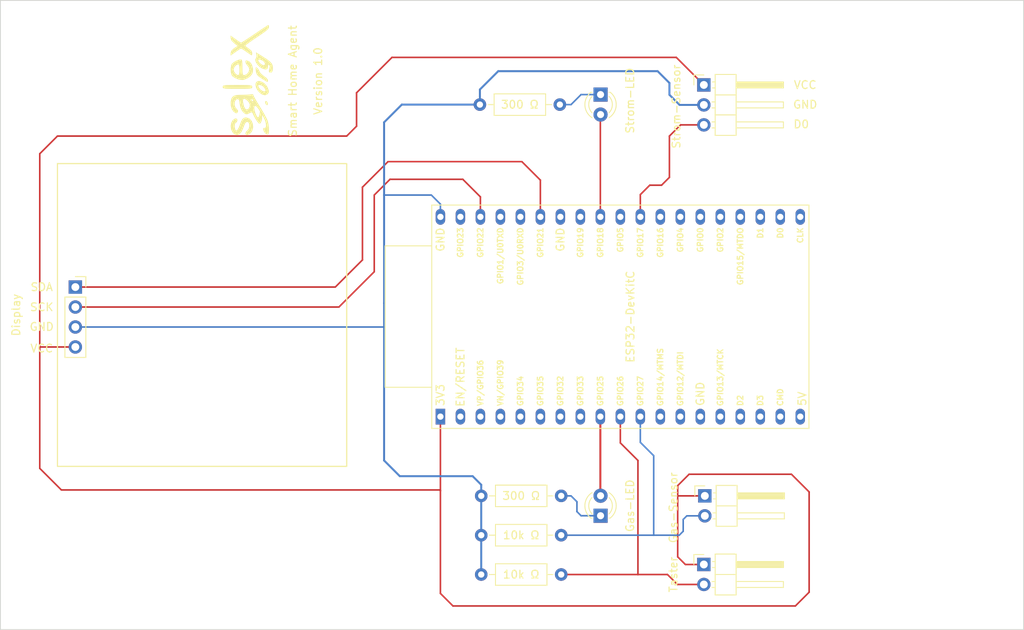
<source format=kicad_pcb>
(kicad_pcb (version 20211014) (generator pcbnew)
  (layers (0 "F.Cu" signal) (31 "B.Cu" signal) (34 "B.Paste" user) (35 "F.Paste" user) (36 "B.SilkS" user "B.Silkscreen") (37 "F.SilkS" user "F.Silkscreen") (38 "B.Mask" user) (39 "F.Mask" user) (44 "Edge.Cuts" user))
  (net 0 "")
  (footprint "MountingHole:MountingHole_3mm" (layer "F.Cu") (at 92.5 137.25)
    (fp_text reference "REF**" hide)
    (fp_text value "MountingHole_3mm" hide)
    (pad "" np_thru_hole circle (at 0 0) (size 3 3) (drill 3) (layers *.Cu *.Mask))
  )
  (footprint "MountingHole:MountingHole_3mm" (layer "F.Cu") (at 126 89)
    (fp_text reference "REF**" hide)
    (fp_text value "MountingHole_3mm" hide)
    (pad "" np_thru_hole circle (at 0 0) (size 3 3) (drill 3) (layers *.Cu *.Mask))
  )
  (footprint "LED_THT:LED_D3.0mm" (layer "F.Cu") (at 162 76.475 -90)
    (fp_text reference "REF**" hide)
    (fp_text value "Strom-LED" (at 0.775 -3.75 90) (layer "F.SilkS"))
    (fp_line (start -0.29 -1.236) (end -0.29 -1.08) (layer "F.SilkS") (width 0.12))
    (fp_line (start -0.29 1.08) (end -0.29 1.236) (layer "F.SilkS") (width 0.12))
    (fp_arc (start 2.942335 1.078608) (mid 1.366487 1.987659) (end -0.29 1.235516) (layer "F.SilkS") (width 0.12))
    (fp_arc (start 0.229039 -1.08) (mid 1.270117 -1.5) (end 2.31113 -1.079837) (layer "F.SilkS") (width 0.12))
    (fp_arc (start 2.31113 1.079837) (mid 1.270117 1.5) (end 0.229039 1.08) (layer "F.SilkS") (width 0.12))
    (fp_arc (start -0.29 -1.235516) (mid 1.366487 -1.987659) (end 2.942335 -1.078608) (layer "F.SilkS") (width 0.12))
    (pad "1" thru_hole rect (at 0 0 270) (size 1.8 1.8) (drill 0.9) (layers *.Cu *.Mask))
    (pad "2" thru_hole circle (at 2.54 0 270) (size 1.8 1.8) (drill 0.9) (layers *.Cu *.Mask))
  )
  (footprint "MountingHole:MountingHole_3mm" (layer "F.Cu") (at 97 89)
    (fp_text reference "REF**" hide)
    (fp_text value "MountingHole_3mm" hide)
    (pad "" np_thru_hole circle (at 0 0) (size 3 3) (drill 3) (layers *.Cu *.Mask))
  )
  (footprint "Resistor_THT:R_Axial_DIN0207_L6.3mm_D2.5mm_P10.16mm_Horizontal" (layer "F.Cu") (at 146.67 77.75)
    (fp_text reference "REF**" hide)
    (fp_text value "300 Ω" (at 5.08 0) (layer "F.SilkS"))
    (fp_line (start 8.35 1.37) (end 8.35 -1.37) (layer "F.SilkS") (width 0.12))
    (fp_line (start 1.81 1.37) (end 8.35 1.37) (layer "F.SilkS") (width 0.12))
    (fp_line (start 1.04 0) (end 1.81 0) (layer "F.SilkS") (width 0.12))
    (fp_line (start 8.35 -1.37) (end 1.81 -1.37) (layer "F.SilkS") (width 0.12))
    (fp_line (start 9.12 0) (end 8.35 0) (layer "F.SilkS") (width 0.12))
    (fp_line (start 1.81 -1.37) (end 1.81 1.37) (layer "F.SilkS") (width 0.12))
    (pad "1" thru_hole circle (at 0 0) (size 1.6 1.6) (drill 0.8) (layers *.Cu *.Mask))
    (pad "2" thru_hole oval (at 10.16 0) (size 1.6 1.6) (drill 0.8) (layers *.Cu *.Mask))
  )
  (footprint "Connector_PinHeader_2.54mm:PinHeader_1x02_P2.54mm_Horizontal" (layer "F.Cu") (at 175.125 136.225)
    (fp_text reference "REF**" hide)
    (fp_text value "Taster" (at -3.875 1.275 90) (layer "F.SilkS"))
    (fp_line (start 10.1 2.16) (end 10.1 2.92) (layer "F.SilkS") (width 0.12))
    (fp_line (start 1.44 -1.33) (end 1.44 3.87) (layer "F.SilkS") (width 0.12))
    (fp_line (start 10.1 0.38) (end 4.1 0.38) (layer "F.SilkS") (width 0.12))
    (fp_line (start 1.44 1.27) (end 4.1 1.27) (layer "F.SilkS") (width 0.12))
    (fp_line (start 10.1 -0.38) (end 10.1 0.38) (layer "F.SilkS") (width 0.12))
    (fp_line (start 4.1 -1.33) (end 1.44 -1.33) (layer "F.SilkS") (width 0.12))
    (fp_line (start 1.042929 2.16) (end 1.44 2.16) (layer "F.SilkS") (width 0.12))
    (fp_line (start 1.11 -0.38) (end 1.44 -0.38) (layer "F.SilkS") (width 0.12))
    (fp_line (start 4.1 0.28) (end 10.1 0.28) (layer "F.SilkS") (width 0.12))
    (fp_line (start 1.042929 2.92) (end 1.44 2.92) (layer "F.SilkS") (width 0.12))
    (fp_line (start -1.27 -1.27) (end 0 -1.27) (layer "F.SilkS") (width 0.12))
    (fp_line (start 4.1 0.16) (end 10.1 0.16) (layer "F.SilkS") (width 0.12))
    (fp_line (start -1.27 0) (end -1.27 -1.27) (layer "F.SilkS") (width 0.12))
    (fp_line (start 4.1 2.16) (end 10.1 2.16) (layer "F.SilkS") (width 0.12))
    (fp_line (start 4.1 -0.32) (end 10.1 -0.32) (layer "F.SilkS") (width 0.12))
    (fp_line (start 4.1 -0.08) (end 10.1 -0.08) (layer "F.SilkS") (width 0.12))
    (fp_line (start 1.44 3.87) (end 4.1 3.87) (layer "F.SilkS") (width 0.12))
    (fp_line (start 4.1 0.04) (end 10.1 0.04) (layer "F.SilkS") (width 0.12))
    (fp_line (start 4.1 3.87) (end 4.1 -1.33) (layer "F.SilkS") (width 0.12))
    (fp_line (start 4.1 -0.2) (end 10.1 -0.2) (layer "F.SilkS") (width 0.12))
    (fp_line (start 1.11 0.38) (end 1.44 0.38) (layer "F.SilkS") (width 0.12))
    (fp_line (start 4.1 -0.38) (end 10.1 -0.38) (layer "F.SilkS") (width 0.12))
    (fp_line (start 10.1 2.92) (end 4.1 2.92) (layer "F.SilkS") (width 0.12))
    (pad "1" thru_hole rect (at 0 0) (size 1.7 1.7) (drill 1) (layers *.Cu *.Mask))
    (pad "2" thru_hole oval (at 0 2.54) (size 1.7 1.7) (drill 1) (layers *.Cu *.Mask))
  )
  (footprint "Connector_PinSocket_2.54mm:PinSocket_1x04_P2.54mm_Vertical" (layer "F.Cu") (at 95.275 100.95)
    (fp_text reference "REF**" hide)
    (fp_text value "Display" (at -7.525 3.55 90) (layer "F.SilkS"))
    (fp_text user "SCK" (at -4.275 2.55 unlocked) (layer "F.SilkS"))
    (fp_text user "SDA" (at -4.275 0 unlocked) (layer "F.SilkS"))
    (fp_text user "GND" (at -4.275 5.05 unlocked) (layer "F.SilkS"))
    (fp_text user "VCC" (at -4.275 7.8 unlocked) (layer "F.SilkS"))
    (fp_line (start -1.33 1.27) (end 1.33 1.27) (layer "F.SilkS") (width 0.12))
    (fp_line (start -1.33 1.27) (end -1.33 8.95) (layer "F.SilkS") (width 0.12))
    (fp_line (start 0 -1.33) (end 1.33 -1.33) (layer "F.SilkS") (width 0.12))
    (fp_line (start -1.33 8.95) (end 1.33 8.95) (layer "F.SilkS") (width 0.12))
    (fp_line (start 1.33 1.27) (end 1.33 8.95) (layer "F.SilkS") (width 0.12))
    (fp_line (start 1.33 -1.33) (end 1.33 0) (layer "F.SilkS") (width 0.12))
    (pad "1" thru_hole rect (at 0 0) (size 1.7 1.7) (drill 1) (layers *.Cu *.Mask))
    (pad "2" thru_hole oval (at 0 2.54) (size 1.7 1.7) (drill 1) (layers *.Cu *.Mask))
    (pad "3" thru_hole oval (at 0 5.08) (size 1.7 1.7) (drill 1) (layers *.Cu *.Mask))
    (pad "4" thru_hole oval (at 0 7.62) (size 1.7 1.7) (drill 1) (layers *.Cu *.Mask))
  )
  (footprint "MountingHole:MountingHole_3mm" (layer "F.Cu") (at 126 120)
    (fp_text reference "REF**" hide)
    (fp_text value "MountingHole_3mm" hide)
    (pad "" np_thru_hole circle (at 0 0) (size 3 3) (drill 3) (layers *.Cu *.Mask))
  )
  (footprint "MountingHole:MountingHole_3mm" (layer "F.Cu") (at 92.5 71.75)
    (fp_text reference "REF**" hide)
    (fp_text value "MountingHole_3mm" hide)
    (pad "" np_thru_hole circle (at 0 0) (size 3 3) (drill 3) (layers *.Cu *.Mask))
  )
  (footprint "Connector_PinHeader_2.54mm:PinHeader_1x02_P2.54mm_Horizontal" (layer "F.Cu") (at 175.25 127.5)
    (fp_text reference "REF**" hide)
    (fp_text value "Gas-Sensor" (at -4 1.5 90) (layer "F.SilkS"))
    (fp_line (start -1.27 -1.27) (end 0 -1.27) (layer "F.SilkS") (width 0.12))
    (fp_line (start 4.1 -0.2) (end 10.1 -0.2) (layer "F.SilkS") (width 0.12))
    (fp_line (start 1.11 -0.38) (end 1.44 -0.38) (layer "F.SilkS") (width 0.12))
    (fp_line (start 10.1 2.16) (end 10.1 2.92) (layer "F.SilkS") (width 0.12))
    (fp_line (start 1.042929 2.92) (end 1.44 2.92) (layer "F.SilkS") (width 0.12))
    (fp_line (start 4.1 0.28) (end 10.1 0.28) (layer "F.SilkS") (width 0.12))
    (fp_line (start 1.11 0.38) (end 1.44 0.38) (layer "F.SilkS") (width 0.12))
    (fp_line (start 1.44 -1.33) (end 1.44 3.87) (layer "F.SilkS") (width 0.12))
    (fp_line (start 10.1 -0.38) (end 10.1 0.38) (layer "F.SilkS") (width 0.12))
    (fp_line (start 4.1 0.16) (end 10.1 0.16) (layer "F.SilkS") (width 0.12))
    (fp_line (start 1.44 1.27) (end 4.1 1.27) (layer "F.SilkS") (width 0.12))
    (fp_line (start 4.1 -0.38) (end 10.1 -0.38) (layer "F.SilkS") (width 0.12))
    (fp_line (start 1.042929 2.16) (end 1.44 2.16) (layer "F.SilkS") (width 0.12))
    (fp_line (start -1.27 0) (end -1.27 -1.27) (layer "F.SilkS") (width 0.12))
    (fp_line (start 4.1 -1.33) (end 1.44 -1.33) (layer "F.SilkS") (width 0.12))
    (fp_line (start 1.44 3.87) (end 4.1 3.87) (layer "F.SilkS") (width 0.12))
    (fp_line (start 4.1 2.16) (end 10.1 2.16) (layer "F.SilkS") (width 0.12))
    (fp_line (start 4.1 -0.08) (end 10.1 -0.08) (layer "F.SilkS") (width 0.12))
    (fp_line (start 10.1 0.38) (end 4.1 0.38) (layer "F.SilkS") (width 0.12))
    (fp_line (start 4.1 3.87) (end 4.1 -1.33) (layer "F.SilkS") (width 0.12))
    (fp_line (start 4.1 -0.32) (end 10.1 -0.32) (layer "F.SilkS") (width 0.12))
    (fp_line (start 4.1 0.04) (end 10.1 0.04) (layer "F.SilkS") (width 0.12))
    (fp_line (start 10.1 2.92) (end 4.1 2.92) (layer "F.SilkS") (width 0.12))
    (pad "1" thru_hole rect (at 0 0) (size 1.7 1.7) (drill 1) (layers *.Cu *.Mask))
    (pad "2" thru_hole oval (at 0 2.54) (size 1.7 1.7) (drill 1) (layers *.Cu *.Mask))
  )
  (footprint "Salex:salex" (layer "F.Cu") (at 117.25 74.75 90)
    (fp_text reference "G***" hide)
    (fp_text value "LOGO" hide)
    (fp_poly (pts (xy 2.91224 0.959133) (xy 2.930024 0.984205) (xy 3.088602 1.043964) (xy 3.323615 1.030109) (xy 3.650247 0.967669) (xy 3.170198 1.744909) (xy 2.796256 2.32822) (xy 2.499838 2.723798) (xy 2.243106 2.96598) (xy 1.988221 3.089103) (xy 1.697345 3.127503) (xy 1.645963 3.128079) (xy 1.308232 3.091279) (xy 1.111146 2.99765) (xy 1.095365 2.971675) (xy 1.06413 2.703255) (xy 1.218833 2.597801) (xy 1.518356 2.652219) (xy 1.847228 2.720949) (xy 2.036475 2.643131) (xy 2.079649 2.539109) (xy 1.904909 2.503131) (xy 1.852697 2.502463) (xy 1.557828 2.432714) (xy 1.456498 2.21626) (xy 1.521474 1.939409) (xy 2.001971 1.939409) (xy 2.07865 2.102694) (xy 2.26195 2.100205) (xy 2.481765 1.943341) (xy 2.55793 1.849007) (xy 2.718103 1.546069) (xy 2.738384 1.327271) (xy 2.627586 1.251232) (xy 2.424965 1.346658) (xy 2.197464 1.568213) (xy 2.033343 1.818815) (xy 2.001971 1.939409) (xy 1.521474 1.939409) (xy 1.544266 1.842297) (xy 1.562725 1.797121) (xy 1.780639 1.44098) (xy 2.081109 1.145483) (xy 2.407573 0.944257) (xy 2.70347 0.870931)) (layer "F.SilkS") (width 0) (fill solid))
    (fp_poly (pts (xy 1.713372 0.930345) (xy 1.731703 0.939257) (xy 1.719567 1.070676) (xy 1.556347 1.243008) (xy 1.315832 1.387369) (xy 1.214819 1.421774) (xy 0.98498 1.566719) (xy 0.726903 1.850987) (xy 0.627359 1.997105) (xy 0.395772 2.301973) (xy 0.173461 2.48097) (xy 0.095586 2.502463) (xy -0.091439 2.470189) (xy -0.125123 2.433891) (xy -0.06273 2.30068) (xy 0.09987 2.021698) (xy 0.299388 1.701702) (xy 0.566142 1.31818) (xy 0.791648 1.100819) (xy 1.046217 0.991775) (xy 1.199961 0.96083) (xy 1.518484 0.924318)) (layer "F.SilkS") (width 0) (fill solid))
    (fp_poly (pts (xy 3.850079 -2.158855) (xy 4.138254 -1.856111) (xy 4.16968 -1.810897) (xy 4.469564 -1.369579) (xy 4.806175 -1.810897) (xy 5.142827 -2.147496) (xy 5.460962 -2.252216) (xy 5.77914 -2.252216) (xy 5.329471 -1.626311) (xy 5.092877 -1.284036) (xy 4.929987 -1.023626) (xy 4.879803 -0.914418) (xy 4.946772 -0.786844) (xy 5.131787 -0.489993) (xy 5.411008 -0.060725) (xy 5.760598 0.464103) (xy 6.005912 0.826737) (xy 6.38734 1.391692) (xy 6.713482 1.883013) (xy 6.96054 2.264184) (xy 7.10472 2.498693) (xy 7.13202 2.554745) (xy 7.025721 2.610748) (xy 6.850493 2.625191) (xy 6.703366 2.578144) (xy 6.518982 2.42102) (xy 6.274145 2.126365) (xy 5.945665 1.666728) (xy 5.581984 1.123713) (xy 5.223726 0.589363) (xy 4.909542 0.139078) (xy 4.666428 -0.189829) (xy 4.521377 -0.36005) (xy 4.497362 -0.375369) (xy 4.376592 -0.278691) (xy 4.193187 -0.037041) (xy 4.129064 0.062562) (xy 3.855845 0.392057) (xy 3.567206 0.500363) (xy 3.555805 0.500493) (xy 3.325324 0.47846) (xy 3.253202 0.438221) (xy 3.32051 0.311465) (xy 3.495221 0.045697) (xy 3.691133 -0.233619) (xy 3.924097 -0.570015) (xy 4.082933 -0.822571) (xy 4.129064 -0.921796) (xy 4.061445 -1.057246) (xy 3.885582 -1.330508) (xy 3.679396 -1.626311) (xy 3.229728 -2.252216) (xy 3.549762 -2.252216)) (layer "F.SilkS") (width 0) (fill solid))
    (fp_poly (pts (xy -0.239605 0.941801) (xy -0.035829 1.109655) (xy 0.005216 1.390124) (xy -0.094416 1.72707) (xy -0.31267 2.064356) (xy -0.627494 2.345843) (xy -0.834857 2.456973) (xy -1.194344 2.590569) (xy -1.419786 2.607971) (xy -1.600412 2.506003) (xy -1.684472 2.426717) (xy -1.814203 2.148843) (xy -1.798724 2.064275) (xy -1.334354 2.064275) (xy -1.310933 2.131721) (xy -1.184237 2.19727) (xy -0.961396 2.092036) (xy -0.719458 1.900985) (xy -0.577239 1.704564) (xy -0.500125 1.468084) (xy -0.51049 1.289664) (xy -0.57128 1.251232) (xy -0.832062 1.339566) (xy -1.088192 1.554542) (xy -1.276634 1.821124) (xy -1.334354 2.064275) (xy -1.798724 2.064275) (xy -1.754403 1.822132) (xy -1.547917 1.490615) (xy -1.23759 1.198325) (xy -0.866267 0.989294) (xy -0.476793 0.907555)) (layer "F.SilkS") (width 0) (fill solid))
    (fp_poly (pts (xy 2.025421 -2.167589) (xy 2.145912 -2.117022) (xy 2.367883 -1.899934) (xy 2.578437 -1.544387) (xy 2.721866 -1.158215) (xy 2.75271 -0.942442) (xy 2.708429 -0.844469) (xy 2.54536 -0.785663) (xy 2.218164 -0.757342) (xy 1.751724 -0.750739) (xy 1.250838 -0.744701) (xy 0.950462 -0.718964) (xy 0.800999 -0.662087) (xy 0.75285 -0.562632) (xy 0.750739 -0.519885) (xy 0.860123 -0.222984) (xy 1.127784 0.018617) (xy 1.462986 0.124804) (xy 1.481274 0.125124) (xy 1.769476 0.034022) (xy 1.968441 -0.125123) (xy 2.194497 -0.301533) (xy 2.432894 -0.373404) (xy 2.598446 -0.325629) (xy 2.627586 -0.24202) (xy 2.512262 0.101196) (xy 2.205307 0.384536) (xy 1.985941 0.487332) (xy 1.533778 0.603221) (xy 1.157158 0.579545) (xy 0.907934 0.496886) (xy 0.605742 0.268993) (xy 0.336619 -0.108527) (xy 0.161006 -0.536555) (xy 0.125591 -0.786038) (xy 0.192333 -1.233502) (xy 0.216106 -1.2944) (xy 0.750739 -1.2944) (xy 0.836939 -1.188835) (xy 1.116671 -1.135944) (xy 1.438917 -1.126108) (xy 1.879765 -1.151661) (xy 2.102995 -1.225462) (xy 2.127094 -1.27266) (xy 2.023863 -1.52453) (xy 1.781403 -1.755574) (xy 1.500565 -1.874362) (xy 1.460657 -1.876847) (xy 1.164886 -1.790367) (xy 0.897059 -1.584608) (xy 0.755321 -1.340094) (xy 0.750739 -1.2944) (xy 0.216106 -1.2944) (xy 0.364444 -1.674391) (xy 0.598066 -2.012431) (xy 0.731921 -2.117022) (xy 1.114729 -2.225931) (xy 1.591981 -2.242787)) (layer "F.SilkS") (width 0) (fill solid))
    (fp_poly (pts (xy -2.228955 -2.151763) (xy -2.016278 -2.016278) (xy -1.879062 -1.841818) (xy -1.798583 -1.614592) (xy -1.760816 -1.268054) (xy -1.751724 -0.760972) (xy -1.742502 -0.265213) (xy -1.718093 0.148228) (xy -1.683382 0.40291) (xy -1.675776 0.427698) (xy -1.681146 0.596278) (xy -1.754396 0.625616) (xy -1.91479 0.68907) (xy -2.239172 0.862079) (xy -2.681196 1.118613) (xy -3.194518 1.432644) (xy -3.221968 1.449854) (xy -3.780307 1.789136) (xy -4.312608 2.092807) (xy -4.756368 2.326375) (xy -5.035926 2.450839) (xy -5.436931 2.552694) (xy -5.892161 2.610746) (xy -6.325401 2.622592) (xy -6.660434 2.585825) (xy -6.816391 2.507027) (xy -6.791901 2.342381) (xy -6.636091 2.131658) (xy -6.389093 1.954163) (xy -6.146852 1.878135) (xy -5.979811 1.910575) (xy -5.958413 2.058484) (xy -5.960663 2.064532) (xy -5.920954 2.198323) (xy -5.708418 2.250002) (xy -5.385469 2.222807) (xy -5.014523 2.119974) (xy -4.75468 2.001971) (xy -4.316748 1.762214) (xy -4.699484 1.756969) (xy -5.055273 1.698751) (xy -5.311619 1.583984) (xy -5.43951 1.466807) (xy -5.420582 1.355556) (xy -5.285087 1.236536) (xy -4.629556 1.236536) (xy -4.521527 1.342331) (xy -4.285468 1.411858) (xy -4.019897 1.455992) (xy -3.898133 1.482731) (xy -3.778709 1.43038) (xy -3.540768 1.277356) (xy -3.491483 1.242712) (xy -3.205914 0.996751) (xy -3.151705 0.833102) (xy -3.329284 0.75628) (xy -3.444905 0.750739) (xy -3.764466 0.79533) (xy -4.121216 0.906274) (xy -4.431661 1.049336) (xy -4.612309 1.190274) (xy -4.629556 1.236536) (xy -5.285087 1.236536) (xy -5.229426 1.187643) (xy -5.116568 1.103489) (xy -4.735872 0.857169) (xy -4.351154 0.657723) (xy -4.297208 0.635297) (xy -4.03705 0.518259) (xy -4.027928 0.500493) (xy -2.565024 0.500493) (xy -2.559305 0.615976) (xy -2.517232 0.625616) (xy -2.340348 0.534307) (xy -2.314778 0.500493) (xy -2.320498 0.38501) (xy -2.362571 0.37537) (xy -2.539455 0.466679) (xy -2.565024 0.500493) (xy -4.027928 0.500493) (xy -3.974914 0.397239) (xy -4.074972 0.179162) (xy -4.102856 0.130408) (xy -4.229497 -0.134782) (xy -4.224713 -0.189499) (xy -3.628571 -0.189499) (xy -3.520631 0.027888) (xy -3.262735 0.166854) (xy -2.953766 0.175455) (xy -2.940394 0.171985) (xy -2.665494 0.025175) (xy -2.471182 -0.149857) (xy -2.268081 -0.449899) (xy -2.283203 -0.62756) (xy -2.5164 -0.682537) (xy -2.721428 -0.662905) (xy -3.264281 -0.534467) (xy -3.563942 -0.353593) (xy -3.628571 -0.189499) (xy -4.224713 -0.189499) (xy -4.212072 -0.334068) (xy -4.092298 -0.541244) (xy -3.794881 -0.809212) (xy -3.33932 -1.014209) (xy -2.816383 -1.119051) (xy -2.666251 -1.12541) (xy -2.382148 -1.196668) (xy -2.291699 -1.376581) (xy -2.381888 -1.56952) (xy -2.652699 -1.724917) (xy -3.015222 -1.745936) (xy -3.355135 -1.640232) (xy -3.519467 -1.493344) (xy -3.741872 -1.306365) (xy -3.910098 -1.319046) (xy -4.093815 -1.433552) (xy -4.091509 -1.601762) (xy -3.902149 -1.879102) (xy -3.899604 -1.882248) (xy -3.584496 -2.10437) (xy -3.138099 -2.227807) (xy -2.654793 -2.245844)) (layer "F.SilkS") (width 0) (fill solid))
    (fp_poly (pts (xy -5.304536 -2.169115) (xy -4.966556 -1.98594) (xy -4.775515 -1.707575) (xy -4.75468 -1.564039) (xy -4.845315 -1.413966) (xy -5.043545 -1.385043) (xy -5.238851 -1.475736) (xy -5.303341 -1.571652) (xy -5.450499 -1.706619) (xy -5.77491 -1.733138) (xy -5.848502 -1.728056) (xy -6.197391 -1.656711) (xy -6.311982 -1.531609) (xy -6.197927 -1.370037) (xy -5.860879 -1.189279) (xy -5.646106 -1.109045) (xy -5.134494 -0.915571) (xy -4.823875 -0.73766) (xy -4.670236 -0.539928) (xy -4.629556 -0.291799) (xy -4.738766 0.09963) (xy -5.025487 0.395467) (xy -5.428361 0.574708) (xy -5.886029 0.61635) (xy -6.33713 0.499388) (xy -6.552091 0.366288) (xy -6.784915 0.110613) (xy -6.877077 -0.141017) (xy -6.818934 -0.323311) (xy -6.661625 -0.375369) (xy -6.426534 -0.277774) (xy -6.285195 -0.125123) (xy -6.070299 0.044857) (xy -5.757575 0.125117) (xy -5.446622 0.108993) (xy -5.237039 -0.010179) (xy -5.213435 -0.053413) (xy -5.215727 -0.243355) (xy -5.401827 -0.410891) (xy -5.800398 -0.578471) (xy -5.943349 -0.625128) (xy -6.474116 -0.859224) (xy -6.791792 -1.148185) (xy -6.886401 -1.469595) (xy -6.747967 -1.801039) (xy -6.552091 -1.992889) (xy -6.162106 -2.188051) (xy -5.724653 -2.241639)) (layer "F.SilkS") (width 0) (fill solid))
    (fp_poly (pts (xy -0.654562 -3.240902) (xy -0.586794 -3.179222) (xy -0.542478 -3.030986) (xy -0.516658 -2.759021) (xy -0.504377 -2.326151) (xy -0.500679 -1.695203) (xy -0.500492 -1.376354) (xy -0.502132 -0.655027) (xy -0.510356 -0.146766) (xy -0.530121 0.185602) (xy -0.566383 0.379252) (xy -0.624099 0.471358) (xy -0.708225 0.499095) (xy -0.750739 0.500493) (xy -0.846916 0.488194) (xy -0.914684 0.426514) (xy -0.958999 0.278278) (xy -0.984819 0.006312) (xy -0.9971 -0.426557) (xy -1.000799 -1.057505) (xy -1.000985 -1.376354) (xy -0.999345 -2.097682) (xy -0.991121 -2.605942) (xy -0.971356 -2.93831) (xy -0.935094 -3.13196) (xy -0.877378 -3.224067) (xy -0.793252 -3.251803) (xy -0.750739 -3.253202)) (layer "F.SilkS") (width 0) (fill solid))
    (fp_poly (pts (xy -2.562794 2.164252) (xy -2.533117 2.283498) (xy -2.684915 2.425495) (xy -2.855733 2.479804) (xy -3.050386 2.468241) (xy -3.052328 2.325541) (xy -3.051512 2.3234) (xy -2.918648 2.184707) (xy -2.722639 2.129109)) (layer "F.SilkS") (width 0) (fill solid))
  )
  (footprint "LED_THT:LED_D3.0mm" (layer "F.Cu") (at 162 130.025 90)
    (fp_text reference "REF**" hide)
    (fp_text value "Gas-LED" (at 1.27 3.75 90) (layer "F.SilkS"))
    (fp_line (start -0.29 1.08) (end -0.29 1.236) (layer "F.SilkS") (width 0.12))
    (fp_line (start -0.29 -1.236) (end -0.29 -1.08) (layer "F.SilkS") (width 0.12))
    (fp_arc (start -0.29 -1.235516) (mid 1.366487 -1.987659) (end 2.942335 -1.078608) (layer "F.SilkS") (width 0.12))
    (fp_arc (start 0.229039 -1.08) (mid 1.270117 -1.5) (end 2.31113 -1.079837) (layer "F.SilkS") (width 0.12))
    (fp_arc (start 2.942335 1.078608) (mid 1.366487 1.987659) (end -0.29 1.235516) (layer "F.SilkS") (width 0.12))
    (fp_arc (start 2.31113 1.079837) (mid 1.270117 1.5) (end 0.229039 1.08) (layer "F.SilkS") (width 0.12))
    (pad "1" thru_hole rect (at 0 0 90) (size 1.8 1.8) (drill 0.9) (layers *.Cu *.Mask))
    (pad "2" thru_hole circle (at 2.54 0 90) (size 1.8 1.8) (drill 0.9) (layers *.Cu *.Mask))
  )
  (footprint "MountingHole:MountingHole_3mm" (layer "F.Cu") (at 209.5 71.75)
    (fp_text reference "REF**" hide)
    (fp_text value "MountingHole_3mm" hide)
    (pad "" np_thru_hole circle (at 0 0) (size 3 3) (drill 3) (layers *.Cu *.Mask))
  )
  (footprint "Resistor_THT:R_Axial_DIN0207_L6.3mm_D2.5mm_P10.16mm_Horizontal" (layer "F.Cu") (at 146.84 132.5)
    (fp_text reference "REF**" hide)
    (fp_text value "10k Ω" (at 5.08 0) (layer "F.SilkS"))
    (fp_line (start 1.04 0) (end 1.81 0) (layer "F.SilkS") (width 0.12))
    (fp_line (start 1.81 -1.37) (end 1.81 1.37) (layer "F.SilkS") (width 0.12))
    (fp_line (start 1.81 1.37) (end 8.35 1.37) (layer "F.SilkS") (width 0.12))
    (fp_line (start 8.35 1.37) (end 8.35 -1.37) (layer "F.SilkS") (width 0.12))
    (fp_line (start 9.12 0) (end 8.35 0) (layer "F.SilkS") (width 0.12))
    (fp_line (start 8.35 -1.37) (end 1.81 -1.37) (layer "F.SilkS") (width 0.12))
    (pad "1" thru_hole circle (at 0 0) (size 1.6 1.6) (drill 0.8) (layers *.Cu *.Mask))
    (pad "2" thru_hole oval (at 10.16 0) (size 1.6 1.6) (drill 0.8) (layers *.Cu *.Mask))
  )
  (footprint "MountingHole:MountingHole_3mm" (layer "F.Cu") (at 209 137.25)
    (fp_text reference "REF**" hide)
    (fp_text value "MountingHole_3mm" hide)
    (pad "" np_thru_hole circle (at 0 0) (size 3 3) (drill 3) (layers *.Cu *.Mask))
  )
  (footprint "Connector_PinHeader_2.54mm:PinHeader_1x03_P2.54mm_Horizontal" (layer "F.Cu") (at 175.125 75.25)
    (fp_text reference "REF**" hide)
    (fp_text value "Strom-Sensor" (at -3.5 2.75 90) (layer "F.SilkS"))
    (fp_text user "GND" (at 12.875 2.5 unlocked) (layer "F.SilkS"))
    (fp_text user "VCC" (at 12.875 0 unlocked) (layer "F.SilkS"))
    (fp_text user "D0" (at 12.375 5 unlocked) (layer "F.SilkS"))
    (fp_line (start 4.1 4.7) (end 10.1 4.7) (layer "F.SilkS") (width 0.12))
    (fp_line (start 1.042929 4.7) (end 1.44 4.7) (layer "F.SilkS") (width 0.12))
    (fp_line (start 1.042929 5.46) (end 1.44 5.46) (layer "F.SilkS") (width 0.12))
    (fp_line (start 1.042929 2.16) (end 1.44 2.16) (layer "F.SilkS") (width 0.12))
    (fp_line (start 1.44 -1.33) (end 1.44 6.41) (layer "F.SilkS") (width 0.12))
    (fp_line (start 4.1 2.16) (end 10.1 2.16) (layer "F.SilkS") (width 0.12))
    (fp_line (start -1.27 0) (end -1.27 -1.27) (layer "F.SilkS") (width 0.12))
    (fp_line (start 10.1 4.7) (end 10.1 5.46) (layer "F.SilkS") (width 0.12))
    (fp_line (start 10.1 0.38) (end 4.1 0.38) (layer "F.SilkS") (width 0.12))
    (fp_line (start 1.11 -0.38) (end 1.44 -0.38) (layer "F.SilkS") (width 0.12))
    (fp_line (start 1.44 6.41) (end 4.1 6.41) (layer "F.SilkS") (width 0.12))
    (fp_line (start 4.1 0.28) (end 10.1 0.28) (layer "F.SilkS") (width 0.12))
    (fp_line (start 4.1 -0.32) (end 10.1 -0.32) (layer "F.SilkS") (width 0.12))
    (fp_line (start 4.1 -0.2) (end 10.1 -0.2) (layer "F.SilkS") (width 0.12))
    (fp_line (start 1.042929 2.92) (end 1.44 2.92) (layer "F.SilkS") (width 0.12))
    (fp_line (start 4.1 -0.08) (end 10.1 -0.08) (layer "F.SilkS") (width 0.12))
    (fp_line (start 1.44 3.81) (end 4.1 3.81) (layer "F.SilkS") (width 0.12))
    (fp_line (start 4.1 -1.33) (end 1.44 -1.33) (layer "F.SilkS") (width 0.12))
    (fp_line (start 10.1 5.46) (end 4.1 5.46) (layer "F.SilkS") (width 0.12))
    (fp_line (start 10.1 2.92) (end 4.1 2.92) (layer "F.SilkS") (width 0.12))
    (fp_line (start 4.1 0.16) (end 10.1 0.16) (layer "F.SilkS") (width 0.12))
    (fp_line (start 4.1 6.41) (end 4.1 -1.33) (layer "F.SilkS") (width 0.12))
    (fp_line (start 1.11 0.38) (end 1.44 0.38) (layer "F.SilkS") (width 0.12))
    (fp_line (start 1.44 1.27) (end 4.1 1.27) (layer "F.SilkS") (width 0.12))
    (fp_line (start 4.1 0.04) (end 10.1 0.04) (layer "F.SilkS") (width 0.12))
    (fp_line (start -1.27 -1.27) (end 0 -1.27) (layer "F.SilkS") (width 0.12))
    (fp_line (start 10.1 2.16) (end 10.1 2.92) (layer "F.SilkS") (width 0.12))
    (fp_line (start 10.1 -0.38) (end 10.1 0.38) (layer "F.SilkS") (width 0.12))
    (fp_line (start 4.1 -0.38) (end 10.1 -0.38) (layer "F.SilkS") (width 0.12))
    (pad "1" thru_hole rect (at 0 0) (size 1.7 1.7) (drill 1) (layers *.Cu *.Mask))
    (pad "2" thru_hole oval (at 0 2.54) (size 1.7 1.7) (drill 1) (layers *.Cu *.Mask))
    (pad "3" thru_hole oval (at 0 5.08) (size 1.7 1.7) (drill 1) (layers *.Cu *.Mask))
  )
  (footprint "MountingHole:MountingHole_3mm" (layer "F.Cu") (at 97 120)
    (fp_text reference "REF**" hide)
    (fp_text value "MountingHole_3mm" hide)
    (pad "" np_thru_hole circle (at 0 0) (size 3 3) (drill 3) (layers *.Cu *.Mask))
  )
  (footprint "Espressif:ESP32-DevKitC" (layer "F.Cu") (at 141.655 117.425 90)
    (fp_text reference "REF**" hide)
    (fp_text value "ESP32-DevKitC" (at 12.7 24.13 90) (layer "F.SilkS"))
    (fp_text user "VN/GPIO39" (at 1.27 7.62 90 unlocked) (layer "F.SilkS") (effects (font (size 0.7 0.7)) (justify left)))
    (fp_text user "GPIO35" (at 1.27 12.7 90 unlocked) (layer "F.SilkS") (effects (font (size 0.7 0.7)) (justify left)))
    (fp_text user "D3" (at 1.27 40.64 90 unlocked) (layer "F.SilkS") (effects (font (size 0.7 0.7)) (justify left)))
    (fp_text user "GPIO15/MTDO" (at 24.13 38.1 90 unlocked) (layer "F.SilkS") (effects (font (size 0.7 0.7)) (justify right)))
    (fp_text user "CMD" (at 1.27 43.18 90 unlocked) (layer "F.SilkS") (effects (font (size 0.7 0.7)) (justify left)))
    (fp_text user "GPIO12/MTDI" (at 1.27 30.48 90 unlocked) (layer "F.SilkS") (effects (font (size 0.7 0.7)) (justify left)))
    (fp_text user "GPIO21" (at 24.13 12.7 90 unlocked) (layer "F.SilkS") (effects (font (size 0.7 0.7)) (justify right)))
    (fp_text user "GND" (at 24.13 0 90 unlocked) (layer "F.SilkS") (effects (justify right)))
    (fp_text user "GPIO27" (at 1.27 25.4 90 unlocked) (layer "F.SilkS") (effects (font (size 0.7 0.7)) (justify left)))
    (fp_text user "D2" (at 1.27 38.1 90 unlocked) (layer "F.SilkS") (effects (font (size 0.7 0.7)) (justify left)))
    (fp_text user "GPIO4" (at 24.13 30.48 90 unlocked) (layer "F.SilkS") (effects (font (size 0.7 0.7)) (justify right)))
    (fp_text user "GPIO18" (at 24.13 20.32 90 unlocked) (layer "F.SilkS") (effects (font (size 0.7 0.7)) (justify right)))
    (fp_text user "GPIO5" (at 24.13 22.86 90 unlocked) (layer "F.SilkS") (effects (font (size 0.7 0.7)) (justify right)))
    (fp_text user "GPIO13/MTCK" (at 1.27 35.56 90 unlocked) (layer "F.SilkS") (effects (font (size 0.7 0.7)) (justify left)))
    (fp_text user "GPIO2" (at 24.13 35.56 90 unlocked) (layer "F.SilkS") (effects (font (size 0.7 0.7)) (justify right)))
    (fp_text user "GPIO17" (at 24.13 25.4 90 unlocked) (layer "F.SilkS") (effects (font (size 0.7 0.7)) (justify right)))
    (fp_text user "GPIO14/MTMS" (at 1.27 27.94 90 unlocked) (layer "F.SilkS") (effects (font (size 0.7 0.7)) (justify left)))
    (fp_text user "GPIO26" (at 1.27 22.86 90 unlocked) (layer "F.SilkS") (effects (font (size 0.7 0.7)) (justify left)))
    (fp_text user "GPIO34" (at 1.27 10.16 90 unlocked) (layer "F.SilkS") (effects (font (size 0.7 0.7)) (justify left)))
    (fp_text user "GPIO22" (at 24.13 5.08 90 unlocked) (layer "F.SilkS") (effects (font (size 0.7 0.7)) (justify right)))
    (fp_text user "D0" (at 24.13 43.18 90 unlocked) (layer "F.SilkS") (effects (font (size 0.7 0.7)) (justify right)))
    (fp_text user "GPIO16" (at 24.13 27.94 90 unlocked) (layer "F.SilkS") (effects (font (size 0.7 0.7)) (justify right)))
    (fp_text user "GPIO1/U0TXD" (at 24.13 7.62 90 unlocked) (layer "F.SilkS") (effects (font (size 0.7 0.7)) (justify right)))
    (fp_text user "GPIO19" (at 24.13 17.78 90 unlocked) (layer "F.SilkS") (effects (font (size 0.7 0.7)) (justify right)))
    (fp_text user "5V" (at 1.26632 45.97128 90 unlocked) (layer "F.SilkS") (effects (justify left)))
    (fp_text user "GPIO25" (at 1.27 20.32 90 unlocked) (layer "F.SilkS") (effects (font (size 0.7 0.7)) (justify left)))
    (fp_text user "GND" (at 1.27 33.02 90 unlocked) (layer "F.SilkS") (effects (justify left)))
    (fp_text user "GPIO32" (at 1.27 15.24 90 unlocked) (layer "F.SilkS") (effects (font (size 0.7 0.7)) (justify left)))
    (fp_text user "GPIO0" (at 24.13 33.02 90 unlocked) (layer "F.SilkS") (effects (font (size 0.7 0.7)) (justify right)))
    (fp_text user "CLK" (at 24.13 45.72 90 unlocked) (layer "F.SilkS") (effects (font (size 0.7 0.7)) (justify right)))
    (fp_text user "EN/RESET" (at 8.88632 2.53728 90 unlocked) (layer "F.SilkS") (effects (justify right)))
    (fp_text user "VP/GPIO36" (at 1.27 5.08 90 unlocked) (layer "F.SilkS") (effects (font (size 0.7 0.7)) (justify left)))
    (fp_text user "GND" (at 24.13 15.24 90 unlocked) (layer "F.SilkS") (effects (justify right)))
    (fp_text user "GPIO3/U0RXD" (at 24.13 10.16 90 unlocked) (layer "F.SilkS") (effects (font (size 0.7 0.7)) (justify right)))
    (fp_text user "3V3" (at 1.27 0 90 unlocked) (layer "F.SilkS") (effects (justify left)))
    (fp_text user "GPIO23" (at 24.13 2.54 90 unlocked) (layer "F.SilkS") (effects (font (size 0.7 0.7)) (justify right)))
    (fp_text user "D1" (at 24.13 40.64 90 unlocked) (layer "F.SilkS") (effects (font (size 0.7 0.7)) (justify right)))
    (fp_text user "GPIO33" (at 1.27 17.78 90 unlocked) (layer "F.SilkS") (effects (font (size 0.7 0.7)) (justify left)))
    (fp_line (start -1.499999 -1.1) (end -1.5 46.82) (layer "F.SilkS") (width 0.12))
    (fp_line (start 26.899999 46.82) (end 26.9 -1.1) (layer "F.SilkS") (width 0.12))
    (fp_line (start 21.71332 -7.01312) (end 21.71332 -1.12032) (layer "F.SilkS") (width 0.12))
    (fp_line (start -1.5 46.82) (end 26.899999 46.82) (layer "F.SilkS") (width 0.12))
    (fp_line (start 26.9 -1.1) (end -1.499999 -1.1) (layer "F.SilkS") (width 0.12))
    (fp_line (start 3.73012 -7.01312) (end 21.71332 -7.01312) (layer "F.SilkS") (width 0.12))
    (fp_line (start 3.73012 -1.12032) (end 3.73012 -7.01312) (layer "F.SilkS") (width 0.12))
    (pad "1" thru_hole rect (at 0 0) (size 1.2 2) (drill 0.8) (layers *.Cu *.Mask))
    (pad "2" thru_hole oval (at 0 2.54) (size 1.2 2) (drill 0.8) (layers *.Cu *.Mask))
    (pad "3" thru_hole oval (at 0 5.08) (size 1.2 2) (drill 0.8) (layers *.Cu *.Mask))
    (pad "4" thru_hole oval (at 0 7.62) (size 1.2 2) (drill 0.8) (layers *.Cu *.Mask))
    (pad "5" thru_hole oval (at 0 10.16) (size 1.2 2) (drill 0.8) (layers *.Cu *.Mask))
    (pad "6" thru_hole oval (at 0 12.7) (size 1.2 2) (drill 0.8) (layers *.Cu *.Mask))
    (pad "7" thru_hole oval (at 0 15.24) (size 1.2 2) (drill 0.8) (layers *.Cu *.Mask))
    (pad "8" thru_hole oval (at 0 17.78) (size 1.2 2) (drill 0.8) (layers *.Cu *.Mask))
    (pad "9" thru_hole oval (at 0 20.32) (size 1.2 2) (drill 0.8) (layers *.Cu *.Mask))
    (pad "10" thru_hole oval (at 0 22.86) (size 1.2 2) (drill 0.8) (layers *.Cu *.Mask))
    (pad "11" thru_hole oval (at 0 25.4) (size 1.2 2) (drill 0.8) (layers *.Cu *.Mask))
    (pad "12" thru_hole oval (at 0 27.94) (size 1.2 2) (drill 0.8) (layers *.Cu *.Mask))
    (pad "13" thru_hole oval (at 0 30.48) (size 1.2 2) (drill 0.8) (layers *.Cu *.Mask))
    (pad "14" thru_hole oval (at 0 33.02) (size 1.2 2) (drill 0.8) (layers *.Cu *.Mask))
    (pad "15" thru_hole oval (at 0 35.56) (size 1.2 2) (drill 0.8) (layers *.Cu *.Mask))
    (pad "16" thru_hole oval (at 0 38.1) (size 1.2 2) (drill 0.8) (layers *.Cu *.Mask))
    (pad "17" thru_hole oval (at 0 40.64) (size 1.2 2) (drill 0.8) (layers *.Cu *.Mask))
    (pad "18" thru_hole oval (at 0 43.18) (size 1.2 2) (drill 0.8) (layers *.Cu *.Mask))
    (pad "19" thru_hole oval (at 0 45.72) (size 1.2 2) (drill 0.8) (layers *.Cu *.Mask))
    (pad "20" thru_hole oval (at 25.39632 45.71728) (size 1.2 2) (drill 0.8) (layers *.Cu *.Mask))
    (pad "21" thru_hole oval (at 25.39632 43.17728) (size 1.2 2) (drill 0.8) (layers *.Cu *.Mask))
    (pad "22" thru_hole oval (at 25.4 40.64) (size 1.2 2) (drill 0.8) (layers *.Cu *.Mask))
    (pad "23" thru_hole oval (at 25.4 38.1) (size 1.2 2) (drill 0.8) (layers *.Cu *.Mask))
    (pad "24" thru_hole oval (at 25.4 35.56) (size 1.2 2) (drill 0.8) (layers *.Cu *.Mask))
    (pad "25" thru_hole oval (at 25.4 33.02) (size 1.2 2) (drill 0.8) (layers *.Cu *.Mask))
    (pad "26" thru_hole oval (at 25.4 30.48) (size 1.2 2) (drill 0.8) (layers *.Cu *.Mask))
    (pad "27" thru_hole oval (at 25.4 27.94) (size 1.2 2) (drill 0.8) (layers *.Cu *.Mask))
    (pad "28" thru_hole oval (at 25.4 25.4) (size 1.2 2) (drill 0.8) (layers *.Cu *.Mask))
    (pad "29" thru_hole oval (at 25.4 22.86) (size 1.2 2) (drill 0.8) (layers *.Cu *.Mask))
    (pad "30" thru_hole oval (at 25.4 20.32) (size 1.2 2) (drill 0.8) (layers *.Cu *.Mask))
    (pad "31" thru_hole oval (at 25.4 17.78) (size 1.2 2) (drill 0.8) (layers *.Cu *.Mask))
    (pad "32" thru_hole oval (at 25.4 15.24) (size 1.2 2) (drill 0.8) (layers *.Cu *.Mask))
    (pad "33" thru_hole oval (at 25.4 12.7) (size 1.2 2) (drill 0.8) (layers *.Cu *.Mask))
    (pad "34" thru_hole oval (at 25.4 10.16) (size 1.2 2) (drill 0.8) (layers *.Cu *.Mask))
    (pad "35" thru_hole oval (at 25.4 7.62) (size 1.2 2) (drill 0.8) (layers *.Cu *.Mask))
    (pad "36" thru_hole oval (at 25.4 5.08) (size 1.2 2) (drill 0.8) (layers *.Cu *.Mask))
    (pad "37" thru_hole oval (at 25.4 2.54) (size 1.2 2) (drill 0.8) (layers *.Cu *.Mask))
    (pad "38" thru_hole oval (at 25.4 0) (size 1.2 2) (drill 0.8) (layers *.Cu *.Mask))
  )
  (footprint "Resistor_THT:R_Axial_DIN0207_L6.3mm_D2.5mm_P10.16mm_Horizontal" (layer "F.Cu") (at 146.84 127.5)
    (fp_text reference "" hide)
    (fp_text value "300 Ω" (at 5.08 0) (layer "F.SilkS"))
    (fp_line (start 1.04 0) (end 1.81 0) (layer "F.SilkS") (width 0.12))
    (fp_line (start 8.35 1.37) (end 8.35 -1.37) (layer "F.SilkS") (width 0.12))
    (fp_line (start 1.81 1.37) (end 8.35 1.37) (layer "F.SilkS") (width 0.12))
    (fp_line (start 8.35 -1.37) (end 1.81 -1.37) (layer "F.SilkS") (width 0.12))
    (fp_line (start 9.12 0) (end 8.35 0) (layer "F.SilkS") (width 0.12))
    (fp_line (start 1.81 -1.37) (end 1.81 1.37) (layer "F.SilkS") (width 0.12))
    (pad "1" thru_hole circle (at 0 0) (size 1.6 1.6) (drill 0.8) (layers *.Cu *.Mask))
    (pad "2" thru_hole oval (at 10.16 0) (size 1.6 1.6) (drill 0.8) (layers *.Cu *.Mask))
  )
  (footprint "Resistor_THT:R_Axial_DIN0207_L6.3mm_D2.5mm_P10.16mm_Horizontal" (layer "F.Cu") (at 146.84 137.5)
    (fp_text reference "REF**" hide)
    (fp_text value "10k Ω" (at 5.08 0) (layer "F.SilkS"))
    (fp_line (start 8.35 1.37) (end 8.35 -1.37) (layer "F.SilkS") (width 0.12))
    (fp_line (start 8.35 -1.37) (end 1.81 -1.37) (layer "F.SilkS") (width 0.12))
    (fp_line (start 1.81 -1.37) (end 1.81 1.37) (layer "F.SilkS") (width 0.12))
    (fp_line (start 1.04 0) (end 1.81 0) (layer "F.SilkS") (width 0.12))
    (fp_line (start 9.12 0) (end 8.35 0) (layer "F.SilkS") (width 0.12))
    (fp_line (start 1.81 1.37) (end 8.35 1.37) (layer "F.SilkS") (width 0.12))
    (pad "1" thru_hole circle (at 0 0) (size 1.6 1.6) (drill 0.8) (layers *.Cu *.Mask))
    (pad "2" thru_hole oval (at 10.16 0) (size 1.6 1.6) (drill 0.8) (layers *.Cu *.Mask))
  )
  (gr_rect (start 93 85.25) (end 129.75 123.75) (layer "F.SilkS") (width 0.15) (fill none))
  (gr_rect (start 85.75 64.5) (end 215.75 144.5) (layer "Edge.Cuts") (width 0.1) (fill none))
  (gr_text "Smart Home Agent\n\nVersion 1.0" (at 124.5 74.75 90) (layer "F.SilkS") (effects (font (size 1 1))))
  (segment (start 128.3 100.95) (end 131.75 97.5) (width 0.2) (layer "F.Cu") (net 0))
  (segment (start 131 80.5) (end 129.75 81.75) (width 0.2) (layer "F.Cu") (net 0))
  (segment (start 135 85) (end 152 85) (width 0.2) (layer "F.Cu") (net 0))
  (segment (start 129.75 81.75) (end 93 81.75) (width 0.2) (layer "F.Cu") (net 0))
  (segment (start 141.56 126.75) (end 141.655 126.845) (width 0.2) (layer "F.Cu") (net 0))
  (segment (start 175.125 75.25) (end 171.625 71.75) (width 0.2) (layer "F.Cu") (net 0))
  (segment (start 95.275 103.49) (end 128.76 103.49) (width 0.2) (layer "F.Cu") (net 0))
  (segment (start 133.25 99) (end 133.25 89.25) (width 0.2) (layer "F.Cu") (net 0))
  (segment (start 90.82 108.57) (end 90.75 108.5) (width 0.2) (layer "F.Cu") (net 0))
  (segment (start 146.735 89.485) (end 146.735 92.025) (width 0.2) (layer "F.Cu") (net 0))
  (segment (start 135.5 71.75) (end 131 76.25) (width 0.2) (layer "F.Cu") (net 0))
  (segment (start 128.76 103.49) (end 133.25 99) (width 0.2) (layer "F.Cu") (net 0))
  (segment (start 171.8 126.2) (end 173.25 124.75) (width 0.2) (layer "F.Cu") (net 0))
  (segment (start 167.055 92.025) (end 167.055 89.195) (width 0.2) (layer "F.Cu") (net 0))
  (segment (start 186.25 124.75) (end 173.25 124.75) (width 0.2) (layer "F.Cu") (net 0))
  (segment (start 164.515 117.425) (end 164.515 120.765) (width 0.2) (layer "F.Cu") (net 0))
  (segment (start 166.75 123) (end 166.75 137.5) (width 0.2) (layer "F.Cu") (net 0))
  (segment (start 188.5 127) (end 186.25 124.75) (width 0.2) (layer "F.Cu") (net 0))
  (segment (start 133.25 89.25) (end 135.25 87.25) (width 0.2) (layer "F.Cu") (net 0))
  (segment (start 161.975 117.425) (end 161.975 127.46) (width 0.25) (layer "F.Cu") (net 0))
  (segment (start 154.355 87.355) (end 154.355 92.025) (width 0.2) (layer "F.Cu") (net 0))
  (segment (start 188.5 139.75) (end 188.5 127) (width 0.2) (layer "F.Cu") (net 0))
  (segment (start 95.275 108.57) (end 90.82 108.57) (width 0.2) (layer "F.Cu") (net 0))
  (segment (start 93 81.75) (end 90.75 84) (width 0.2) (layer "F.Cu") (net 0))
  (segment (start 175.25 127.5) (end 171.85 127.5) (width 0.2) (layer "F.Cu") (net 0))
  (segment (start 93.5 126.75) (end 141.56 126.75) (width 0.2) (layer "F.Cu") (net 0))
  (segment (start 135.25 87.25) (end 144.5 87.25) (width 0.2) (layer "F.Cu") (net 0))
  (segment (start 172.17 80.33) (end 175.125 80.33) (width 0.2) (layer "F.Cu") (net 0))
  (segment (start 171.765 138.765) (end 170.5 137.5) (width 0.2) (layer "F.Cu") (net 0))
  (segment (start 143.25 141.5) (end 186.75 141.5) (width 0.2) (layer "F.Cu") (net 0))
  (segment (start 164.515 120.765) (end 166.75 123) (width 0.2) (layer "F.Cu") (net 0))
  (segment (start 169.75 88) (end 170.75 87) (width 0.2) (layer "F.Cu") (net 0))
  (segment (start 90.75 108.5) (end 90.75 124) (width 0.2) (layer "F.Cu") (net 0))
  (segment (start 95.275 100.95) (end 128.3 100.95) (width 0.2) (layer "F.Cu") (net 0))
  (segment (start 172.775 136.225) (end 175.125 136.225) (width 0.2) (layer "F.Cu") (net 0))
  (segment (start 141.655 139.905) (end 143.25 141.5) (width 0.2) (layer "F.Cu") (net 0))
  (segment (start 90.75 84) (end 90.75 108.5) (width 0.2) (layer "F.Cu") (net 0))
  (segment (start 171.625 71.75) (end 135.5 71.75) (width 0.2) (layer "F.Cu") (net 0))
  (segment (start 166.75 137.5) (end 157 137.5) (width 0.2) (layer "F.Cu") (net 0))
  (segment (start 131 76.25) (end 131 80.5) (width 0.2) (layer "F.Cu") (net 0))
  (segment (start 186.75 141.5) (end 188.5 139.75) (width 0.2) (layer "F.Cu") (net 0))
  (segment (start 171.8 135.25) (end 171.8 127.55) (width 0.2) (layer "F.Cu") (net 0))
  (segment (start 170.5 137.5) (end 166.75 137.5) (width 0.2) (layer "F.Cu") (net 0))
  (segment (start 170.75 87) (end 170.75 81.75) (width 0.2) (layer "F.Cu") (net 0))
  (segment (start 175.125 138.765) (end 171.765 138.765) (width 0.2) (layer "F.Cu") (net 0))
  (segment (start 152 85) (end 154.355 87.355) (width 0.2) (layer "F.Cu") (net 0))
  (segment (start 171.8 127.55) (end 171.8 126.2) (width 0.2) (layer "F.Cu") (net 0))
  (segment (start 131.75 97.5) (end 131.75 88.25) (width 0.2) (layer "F.Cu") (net 0))
  (segment (start 167.055 89.195) (end 168.25 88) (width 0.2) (layer "F.Cu") (net 0))
  (segment (start 170.75 81.75) (end 172.17 80.33) (width 0.2) (layer "F.Cu") (net 0))
  (segment (start 172.775 136.225) (end 171.8 135.25) (width 0.2) (layer "F.Cu") (net 0))
  (segment (start 90.75 124) (end 93.5 126.75) (width 0.2) (layer "F.Cu") (net 0))
  (segment (start 171.85 127.5) (end 171.8 127.55) (width 0.2) (layer "F.Cu") (net 0))
  (segment (start 144.5 87.25) (end 146.735 89.485) (width 0.2) (layer "F.Cu") (net 0))
  (segment (start 141.655 126.845) (end 141.655 139.905) (width 0.2) (layer "F.Cu") (net 0))
  (segment (start 141.655 117.425) (end 141.655 126.845) (width 0.2) (layer "F.Cu") (net 0))
  (segment (start 161.975 92.025) (end 161.975 79.04) (width 0.2) (layer "F.Cu") (net 0))
  (segment (start 131.75 88.25) (end 135 85) (width 0.2) (layer "F.Cu") (net 0))
  (segment (start 168.25 88) (end 169.75 88) (width 0.2) (layer "F.Cu") (net 0))
  (segment (start 161.975 79.04) (end 162 79.015) (width 0.2) (layer "F.Cu") (net 0))
  (segment (start 162 130.025) (end 159.525 130.025) (width 0.2) (layer "B.Cu") (net 0))
  (segment (start 141.655 90.405) (end 140.5 89.25) (width 0.2) (layer "B.Cu") (net 0))
  (segment (start 159.525 76.475) (end 158.25 77.75) (width 0.2) (layer "B.Cu") (net 0))
  (segment (start 134.5 123) (end 136.5 125) (width 0.25) (layer "B.Cu") (net 0))
  (segment (start 149 73.5) (end 169.25 73.5) (width 0.25) (layer "B.Cu") (net 0))
  (segment (start 141.655 92.025) (end 141.655 90.405) (width 0.2) (layer "B.Cu") (net 0))
  (segment (start 136.75 77.75) (end 146.67 77.75) (width 0.25) (layer "B.Cu") (net 0))
  (segment (start 167.055 117.425) (end 167.055 120.695) (width 0.2) (layer "B.Cu") (net 0))
  (segment (start 170.75 76.5) (end 172.04 77.79) (width 0.25) (layer "B.Cu") (net 0))
  (segment (start 175.25 130.04) (end 172.96 130.04) (width 0.2) (layer "B.Cu") (net 0))
  (segment (start 146.84 132.5) (end 146.84 137.5) (width 0.25) (layer "B.Cu") (net 0))
  (segment (start 134.5 103) (end 134.5 106) (width 0.25) (layer "B.Cu") (net 0))
  (segment (start 159.525 130.025) (end 159 129.5) (width 0.2) (layer "B.Cu") (net 0))
  (segment (start 172.5 130.5) (end 172.5 132) (width 0.2) (layer "B.Cu") (net 0))
  (segment (start 172.96 130.04) (end 172.5 130.5) (width 0.2) (layer "B.Cu") (net 0))
  (segment (start 146.84 127.5) (end 146.84 132.5) (width 0.25) (layer "B.Cu") (net 0))
  (segment (start 146.67 77.75) (end 146.67 75.83) (width 0.25) (layer "B.Cu") (net 0))
  (segment (start 134.5 89.25) (end 134.5 80) (width 0.25) (layer "B.Cu") (net 0))
  (segment (start 159 128.25) (end 158.25 127.5) (width 0.2) (layer "B.Cu") (net 0))
  (segment (start 168.75 132.5) (end 157 132.5) (width 0.2) (layer "B.Cu") (net 0))
  (segment (start 95.275 106.03) (end 134.47 106.03) (width 0.2) (layer "B.Cu") (net 0))
  (segment (start 169.25 73.5) (end 170.75 75) (width 0.25) (layer "B.Cu") (net 0))
  (segment (start 170.75 75) (end 170.75 76.5) (width 0.25) (layer "B.Cu") (net 0))
  (segment (start 168.75 122.39) (end 168.75 132.5) (width 0.2) (layer "B.Cu") (net 0))
  (segment (start 134.5 80) (end 136.75 77.75) (width 0.25) (layer "B.Cu") (net 0))
  (segment (start 159 129.5) (end 159 128.25) (width 0.2) (layer "B.Cu") (net 0))
  (segment (start 172.04 77.79) (end 175.125 77.79) (width 0.25) (layer "B.Cu") (net 0))
  (segment (start 136.5 125) (end 145.75 125) (width 0.25) (layer "B.Cu") (net 0))
  (segment (start 172 132.5) (end 168.75 132.5) (width 0.2) (layer "B.Cu") (net 0))
  (segment (start 140.5 89.25) (end 134.5 89.25) (width 0.2) (layer "B.Cu") (net 0))
  (segment (start 167.055 120.695) (end 168.75 122.39) (width 0.2) (layer "B.Cu") (net 0))
  (segment (start 146.67 75.83) (end 149 73.5) (width 0.25) (layer "B.Cu") (net 0))
  (segment (start 145.75 125) (end 146.84 126.09) (width 0.25) (layer "B.Cu") (net 0))
  (segment (start 158.25 77.75) (end 156.83 77.75) (width 0.2) (layer "B.Cu") (net 0))
  (segment (start 162 76.475) (end 159.525 76.475) (width 0.2) (layer "B.Cu") (net 0))
  (segment (start 134.47 106.03) (end 134.5 106) (width 0.2) (layer "B.Cu") (net 0))
  (segment (start 172.5 132) (end 172 132.5) (width 0.2) (layer "B.Cu") (net 0))
  (segment (start 146.84 126.09) (end 146.84 127.5) (width 0.25) (layer "B.Cu") (net 0))
  (segment (start 134.5 106) (end 134.5 123) (width 0.25) (layer "B.Cu") (net 0))
  (segment (start 158.25 127.5) (end 157 127.5) (width 0.2) (layer "B.Cu") (net 0))
  (segment (start 134.5 89.25) (end 134.5 103) (width 0.25) (layer "B.Cu") (net 0))
)
</source>
